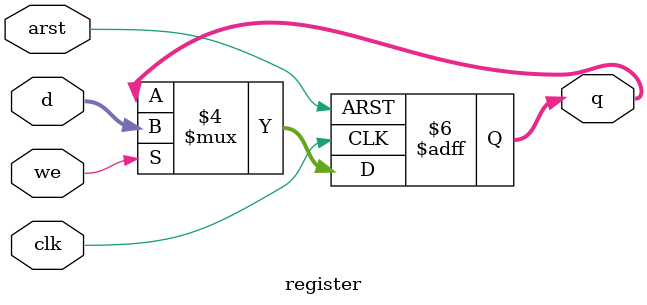
<source format=sv>
`timescale 1ns/1ps

module register #(parameter WIDTH = 32) (clk, we, d, q, arst);
	input clk,we,arst;
	input [WIDTH-1:0] d;
	output reg [WIDTH-1:0] q;

	

	always @(posedge clk or negedge arst) begin 
		if(!arst) begin 
			q <= '0;
		end else if(we) begin
			q <= d;
		end else begin 
			q <= q;
		end 
	end

endmodule 
</source>
